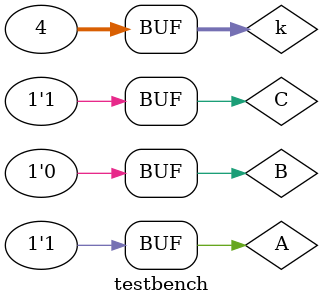
<source format=v>
`timescale 1ns / 1ps

module testbench;
integer k = 0;
 
 
 
// Inputs
reg  A,B,C;
// Outputs
wire X ;
CombCirc uut(
.A(A),
.B(B),
.C(C),
.X(X)
);


initial begin
    // Initialize Inputs
    A = 0;
    B = 0;
    C = 0;
 
    // Wait 100 ns for global reset to finish
    // Add stimulus here
 
    for(k = 0; k < 4; k=k+1)
    begin
        {A,C} = k;
        #5 B = 1;
        #5 B = 0;
        #5 ;
    end
end
endmodule
</source>
